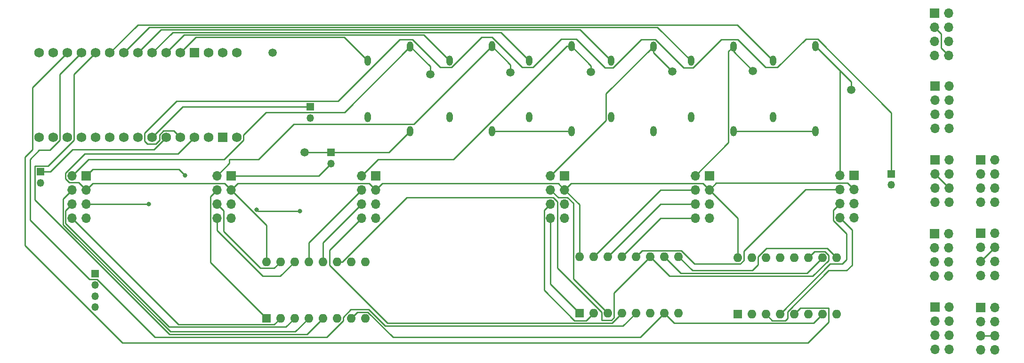
<source format=gbr>
%TF.GenerationSoftware,KiCad,Pcbnew,7.0.2-0*%
%TF.CreationDate,2023-05-27T18:04:36+01:00*%
%TF.ProjectId,olfactory_display,6f6c6661-6374-46f7-9279-5f646973706c,rev?*%
%TF.SameCoordinates,Original*%
%TF.FileFunction,Copper,L1,Top*%
%TF.FilePolarity,Positive*%
%FSLAX46Y46*%
G04 Gerber Fmt 4.6, Leading zero omitted, Abs format (unit mm)*
G04 Created by KiCad (PCBNEW 7.0.2-0) date 2023-05-27 18:04:36*
%MOMM*%
%LPD*%
G01*
G04 APERTURE LIST*
%TA.AperFunction,ComponentPad*%
%ADD10C,1.727200*%
%TD*%
%TA.AperFunction,ComponentPad*%
%ADD11R,1.727200X1.727200*%
%TD*%
%TA.AperFunction,ComponentPad*%
%ADD12R,1.700000X1.700000*%
%TD*%
%TA.AperFunction,ComponentPad*%
%ADD13O,1.700000X1.700000*%
%TD*%
%TA.AperFunction,ComponentPad*%
%ADD14C,1.500000*%
%TD*%
%TA.AperFunction,ComponentPad*%
%ADD15O,1.118000X1.864000*%
%TD*%
%TA.AperFunction,ComponentPad*%
%ADD16R,1.600000X1.600000*%
%TD*%
%TA.AperFunction,ComponentPad*%
%ADD17O,1.600000X1.600000*%
%TD*%
%TA.AperFunction,ComponentPad*%
%ADD18R,1.350000X1.350000*%
%TD*%
%TA.AperFunction,ComponentPad*%
%ADD19O,1.350000X1.350000*%
%TD*%
%TA.AperFunction,ViaPad*%
%ADD20C,0.800000*%
%TD*%
%TA.AperFunction,Conductor*%
%ADD21C,0.250000*%
%TD*%
G04 APERTURE END LIST*
D10*
%TO.P,XA1,VIN,VIN*%
%TO.N,unconnected-(XA1-PadVIN)*%
X134957145Y-43515000D03*
%TO.P,XA1,RST2,REC*%
%TO.N,unconnected-(XA1-REC-PadRST2)*%
X129877145Y-43515000D03*
%TO.P,XA1,RST1,RESET*%
%TO.N,unconnected-(XA1-RESET-PadRST1)*%
X129877145Y-28275000D03*
D11*
%TO.P,XA1,GND2,GND*%
%TO.N,unconnected-(XA1-GND-PadGND2)*%
X132417145Y-43515000D03*
%TO.P,XA1,GND1,GND*%
%TO.N,Net-(J1-Pin_5)*%
X127337145Y-28275000D03*
D10*
%TO.P,XA1,D13,D13_SCK*%
%TO.N,Net-(U1-S2)*%
X99397145Y-43515000D03*
%TO.P,XA1,D12,D12_MISO*%
%TO.N,Net-(U1-S1)*%
X99397145Y-28275000D03*
%TO.P,XA1,D11,D11_MOSI*%
%TO.N,Net-(U1-S0)*%
X101937145Y-28275000D03*
%TO.P,XA1,D10,D10*%
%TO.N,Net-(U3-Z)*%
X104477145Y-28275000D03*
%TO.P,XA1,D9,D9*%
%TO.N,Net-(U2-Z)*%
X107017145Y-28275000D03*
%TO.P,XA1,D8,D8*%
%TO.N,Net-(U1-Z)*%
X109557145Y-28275000D03*
%TO.P,XA1,D7,D7*%
%TO.N,Net-(K1-COIL+)*%
X112097145Y-28275000D03*
%TO.P,XA1,D6,D6*%
%TO.N,Net-(K2-COIL+)*%
X114637145Y-28275000D03*
%TO.P,XA1,D5,D5*%
%TO.N,Net-(K3-COIL+)*%
X117177145Y-28275000D03*
%TO.P,XA1,D4,D4*%
%TO.N,Net-(K4-COIL+)*%
X119717145Y-28275000D03*
%TO.P,XA1,D3,D3*%
%TO.N,Net-(K5-COIL+)*%
X122257145Y-28275000D03*
%TO.P,XA1,D2,D2*%
%TO.N,Net-(K6-COIL+)*%
X124797145Y-28275000D03*
%TO.P,XA1,D1,D1/TX*%
%TO.N,unconnected-(XA1-D1{slash}TX-PadD1)*%
X134957145Y-28275000D03*
%TO.P,XA1,D0,D0/RX*%
%TO.N,unconnected-(XA1-D0{slash}RX-PadD0)*%
X132417145Y-28275000D03*
%TO.P,XA1,AREF,AREF*%
%TO.N,unconnected-(XA1-PadAREF)*%
X104477145Y-43515000D03*
%TO.P,XA1,A7,A7*%
%TO.N,Net-(M1-+)*%
X124797145Y-43515000D03*
%TO.P,XA1,A6,A6*%
%TO.N,Net-(M2-+)*%
X122257145Y-43515000D03*
%TO.P,XA1,A5,A5/SCL*%
%TO.N,Net-(M3-+)*%
X119717145Y-43515000D03*
%TO.P,XA1,A4,A4/SDA*%
%TO.N,Net-(J7-Pin_4)*%
X117177145Y-43515000D03*
%TO.P,XA1,A3,A3*%
%TO.N,Net-(U1-~{E})*%
X114637145Y-43515000D03*
%TO.P,XA1,A2,A2*%
%TO.N,unconnected-(XA1-PadA2)*%
X112097145Y-43515000D03*
%TO.P,XA1,A1,A1*%
%TO.N,unconnected-(XA1-PadA1)*%
X109557145Y-43515000D03*
%TO.P,XA1,A0,A0*%
%TO.N,unconnected-(XA1-PadA0)*%
X107017145Y-43515000D03*
%TO.P,XA1,5V,5V*%
%TO.N,Net-(J1-Pin_3)*%
X127337145Y-43515000D03*
%TO.P,XA1,3V3,3.3V*%
%TO.N,unconnected-(XA1-3.3V-Pad3V3)*%
X101937145Y-43515000D03*
%TD*%
D12*
%TO.P,J16,1,Pin_1*%
%TO.N,unconnected-(J16-Pin_1-Pad1)*%
X268740000Y-47550000D03*
D13*
%TO.P,J16,2,Pin_2*%
%TO.N,unconnected-(J16-Pin_2-Pad2)*%
X271280000Y-47550000D03*
%TO.P,J16,3,Pin_3*%
%TO.N,Net-(J16-Pin_3)*%
X268740000Y-50090000D03*
%TO.P,J16,4,Pin_4*%
X271280000Y-50090000D03*
%TO.P,J16,5,Pin_5*%
%TO.N,unconnected-(J16-Pin_5-Pad5)*%
X268740000Y-52630000D03*
%TO.P,J16,6,Pin_6*%
%TO.N,Net-(J16-Pin_3)*%
X271280000Y-52630000D03*
%TO.P,J16,7,Pin_7*%
%TO.N,unconnected-(J16-Pin_7-Pad7)*%
X268740000Y-55170000D03*
%TO.P,J16,8,Pin_8*%
%TO.N,Net-(J16-Pin_3)*%
X271280000Y-55170000D03*
%TD*%
%TO.P,J15,8,Pin_8*%
%TO.N,Net-(J15-Pin_3)*%
X271310000Y-68400000D03*
%TO.P,J15,7,Pin_7*%
%TO.N,unconnected-(J15-Pin_7-Pad7)*%
X268770000Y-68400000D03*
%TO.P,J15,6,Pin_6*%
%TO.N,Net-(J15-Pin_3)*%
X271310000Y-65860000D03*
%TO.P,J15,5,Pin_5*%
%TO.N,Net-(J15-Pin_4)*%
X268770000Y-65860000D03*
%TO.P,J15,4,Pin_4*%
X271310000Y-63320000D03*
%TO.P,J15,3,Pin_3*%
%TO.N,Net-(J15-Pin_3)*%
X268770000Y-63320000D03*
%TO.P,J15,2,Pin_2*%
%TO.N,unconnected-(J15-Pin_2-Pad2)*%
X271310000Y-60780000D03*
D12*
%TO.P,J15,1,Pin_1*%
%TO.N,unconnected-(J15-Pin_1-Pad1)*%
X268770000Y-60780000D03*
%TD*%
D14*
%TO.P,TP8,1,1*%
%TO.N,Net-(J1-Pin_5)*%
X141390000Y-28260000D03*
%TD*%
%TO.P,TP7,1,1*%
%TO.N,Net-(J8-Pin_1)*%
X147170000Y-46200000D03*
%TD*%
%TO.P,TP6,1,1*%
%TO.N,Net-(J6-Pin_2)*%
X245470000Y-34960000D03*
%TD*%
%TO.P,TP5,1,1*%
%TO.N,Net-(J5-Pin_2)*%
X227740000Y-31510000D03*
%TD*%
%TO.P,TP4,1,1*%
%TO.N,Net-(J4-Pin_2)*%
X213250000Y-31660000D03*
%TD*%
%TO.P,TP3,1,1*%
%TO.N,Net-(J3-Pin_2)*%
X198660000Y-31710000D03*
%TD*%
%TO.P,TP2,1,1*%
%TO.N,Net-(J2-Pin_2)*%
X184180000Y-31820000D03*
%TD*%
%TO.P,TP1,1,1*%
%TO.N,Net-(J1-Pin_2)*%
X169720000Y-32100000D03*
%TD*%
D12*
%TO.P,J9,1,Pin_1*%
%TO.N,unconnected-(J9-Pin_1-Pad1)*%
X260545000Y-74080000D03*
D13*
%TO.P,J9,2,Pin_2*%
%TO.N,unconnected-(J9-Pin_2-Pad2)*%
X263085000Y-74080000D03*
%TO.P,J9,3,Pin_3*%
%TO.N,unconnected-(J9-Pin_3-Pad3)*%
X260545000Y-76620000D03*
%TO.P,J9,4,Pin_4*%
%TO.N,Net-(J9-Pin_4)*%
X263085000Y-76620000D03*
%TO.P,J9,5,Pin_5*%
X260545000Y-79160000D03*
%TO.P,J9,6,Pin_6*%
X263085000Y-79160000D03*
%TO.P,J9,7,Pin_7*%
%TO.N,unconnected-(J9-Pin_7-Pad7)*%
X260545000Y-81700000D03*
%TO.P,J9,8,Pin_8*%
%TO.N,Net-(J9-Pin_4)*%
X263085000Y-81700000D03*
%TD*%
D12*
%TO.P,J14,1,Pin_1*%
%TO.N,unconnected-(J14-Pin_1-Pad1)*%
X268725000Y-74100000D03*
D13*
%TO.P,J14,2,Pin_2*%
%TO.N,unconnected-(J14-Pin_2-Pad2)*%
X271265000Y-74100000D03*
%TO.P,J14,3,Pin_3*%
%TO.N,Net-(J14-Pin_3)*%
X268725000Y-76640000D03*
%TO.P,J14,4,Pin_4*%
X271265000Y-76640000D03*
%TO.P,J14,5,Pin_5*%
%TO.N,Net-(J14-Pin_5)*%
X268725000Y-79180000D03*
%TO.P,J14,6,Pin_6*%
X271265000Y-79180000D03*
%TO.P,J14,7,Pin_7*%
%TO.N,unconnected-(J14-Pin_7-Pad7)*%
X268725000Y-81720000D03*
%TO.P,J14,8,Pin_8*%
%TO.N,Net-(J14-Pin_3)*%
X271265000Y-81720000D03*
%TD*%
D12*
%TO.P,J13,1,Pin_1*%
%TO.N,unconnected-(J13-Pin_1-Pad1)*%
X260460000Y-21160000D03*
D13*
%TO.P,J13,2,Pin_2*%
%TO.N,unconnected-(J13-Pin_2-Pad2)*%
X263000000Y-21160000D03*
%TO.P,J13,3,Pin_3*%
%TO.N,Net-(J13-Pin_3)*%
X260460000Y-23700000D03*
%TO.P,J13,4,Pin_4*%
%TO.N,Net-(J13-Pin_4)*%
X263000000Y-23700000D03*
%TO.P,J13,5,Pin_5*%
X260460000Y-26240000D03*
%TO.P,J13,6,Pin_6*%
X263000000Y-26240000D03*
%TO.P,J13,7,Pin_7*%
%TO.N,unconnected-(J13-Pin_7-Pad7)*%
X260460000Y-28780000D03*
%TO.P,J13,8,Pin_8*%
%TO.N,Net-(J13-Pin_3)*%
X263000000Y-28780000D03*
%TD*%
D12*
%TO.P,J12,1,Pin_1*%
%TO.N,unconnected-(J12-Pin_1-Pad1)*%
X260530000Y-34300000D03*
D13*
%TO.P,J12,2,Pin_2*%
%TO.N,unconnected-(J12-Pin_2-Pad2)*%
X263070000Y-34300000D03*
%TO.P,J12,3,Pin_3*%
%TO.N,Net-(J12-Pin_3)*%
X260530000Y-36840000D03*
%TO.P,J12,4,Pin_4*%
X263070000Y-36840000D03*
%TO.P,J12,5,Pin_5*%
%TO.N,Net-(J12-Pin_5)*%
X260530000Y-39380000D03*
%TO.P,J12,6,Pin_6*%
%TO.N,Net-(J12-Pin_3)*%
X263070000Y-39380000D03*
%TO.P,J12,7,Pin_7*%
%TO.N,unconnected-(J12-Pin_7-Pad7)*%
X260530000Y-41920000D03*
%TO.P,J12,8,Pin_8*%
%TO.N,Net-(J12-Pin_5)*%
X263070000Y-41920000D03*
%TD*%
D12*
%TO.P,J11,1,Pin_1*%
%TO.N,unconnected-(J11-Pin_1-Pad1)*%
X260510000Y-47580000D03*
D13*
%TO.P,J11,2,Pin_2*%
%TO.N,unconnected-(J11-Pin_2-Pad2)*%
X263050000Y-47580000D03*
%TO.P,J11,3,Pin_3*%
%TO.N,Net-(J11-Pin_3)*%
X260510000Y-50120000D03*
%TO.P,J11,4,Pin_4*%
%TO.N,Net-(J11-Pin_4)*%
X263050000Y-50120000D03*
%TO.P,J11,5,Pin_5*%
X260510000Y-52660000D03*
%TO.P,J11,6,Pin_6*%
%TO.N,Net-(J11-Pin_3)*%
X263050000Y-52660000D03*
%TO.P,J11,7,Pin_7*%
%TO.N,unconnected-(J11-Pin_7-Pad7)*%
X260510000Y-55200000D03*
%TO.P,J11,8,Pin_8*%
%TO.N,Net-(J11-Pin_4)*%
X263050000Y-55200000D03*
%TD*%
%TO.P,J10,8,Pin_8*%
%TO.N,Net-(J10-Pin_5)*%
X263000000Y-68480000D03*
%TO.P,J10,7,Pin_7*%
%TO.N,unconnected-(J10-Pin_7-Pad7)*%
X260460000Y-68480000D03*
%TO.P,J10,6,Pin_6*%
%TO.N,Net-(J10-Pin_5)*%
X263000000Y-65940000D03*
%TO.P,J10,5,Pin_5*%
X260460000Y-65940000D03*
%TO.P,J10,4,Pin_4*%
%TO.N,Net-(J10-Pin_3)*%
X263000000Y-63400000D03*
%TO.P,J10,3,Pin_3*%
X260460000Y-63400000D03*
%TO.P,J10,2,Pin_2*%
%TO.N,unconnected-(J10-Pin_2-Pad2)*%
X263000000Y-60860000D03*
D12*
%TO.P,J10,1,Pin_1*%
%TO.N,unconnected-(J10-Pin_1-Pad1)*%
X260460000Y-60860000D03*
%TD*%
%TO.P,J2,1,Pin_1*%
%TO.N,Net-(J1-Pin_1)*%
X133927145Y-50425000D03*
D13*
%TO.P,J2,2,Pin_2*%
%TO.N,Net-(J2-Pin_2)*%
X131387145Y-50425000D03*
%TO.P,J2,3,Pin_3*%
%TO.N,Net-(J1-Pin_3)*%
X133927145Y-52965000D03*
%TO.P,J2,4,Pin_4*%
%TO.N,Net-(J2-Pin_4)*%
X131387145Y-52965000D03*
%TO.P,J2,5,Pin_5*%
%TO.N,Net-(J1-Pin_5)*%
X133927145Y-55505000D03*
%TO.P,J2,6,Pin_6*%
%TO.N,Net-(J2-Pin_6)*%
X131387145Y-55505000D03*
%TO.P,J2,7,Pin_7*%
%TO.N,unconnected-(J2-Pin_7-Pad7)*%
X133927145Y-58045000D03*
%TO.P,J2,8,Pin_8*%
%TO.N,Net-(J2-Pin_8)*%
X131387145Y-58045000D03*
%TD*%
D15*
%TO.P,K2,2,COIL+*%
%TO.N,Net-(K2-COIL+)*%
X216627145Y-29705000D03*
%TO.P,K2,6,COIL-*%
%TO.N,Net-(J1-Pin_5)*%
X216627145Y-39865000D03*
%TO.P,K2,8,COM*%
%TO.N,Net-(J8-Pin_1)*%
X224247145Y-42405000D03*
%TO.P,K2,14,NO*%
%TO.N,Net-(J5-Pin_2)*%
X224247145Y-27125000D03*
%TD*%
%TO.P,K3,2,COIL+*%
%TO.N,Net-(K3-COIL+)*%
X202237145Y-29715000D03*
%TO.P,K3,6,COIL-*%
%TO.N,Net-(J1-Pin_5)*%
X202237145Y-39875000D03*
%TO.P,K3,8,COM*%
%TO.N,Net-(J8-Pin_1)*%
X209857145Y-42415000D03*
%TO.P,K3,14,NO*%
%TO.N,Net-(J4-Pin_2)*%
X209857145Y-27135000D03*
%TD*%
D16*
%TO.P,U2,1,I3*%
%TO.N,Net-(J4-Pin_8)*%
X196607145Y-75135000D03*
D17*
%TO.P,U2,2,I2*%
%TO.N,Net-(J4-Pin_6)*%
X199147145Y-75135000D03*
%TO.P,U2,3,I1*%
%TO.N,Net-(J4-Pin_4)*%
X201687145Y-75135000D03*
%TO.P,U2,4,I0*%
%TO.N,Net-(J3-Pin_8)*%
X204227145Y-75135000D03*
%TO.P,U2,5,Z*%
%TO.N,Net-(U2-Z)*%
X206767145Y-75135000D03*
%TO.P,U2,6,~{Z}*%
%TO.N,unconnected-(U2-~{Z}-Pad6)*%
X209307145Y-75135000D03*
%TO.P,U2,7,~{E}*%
%TO.N,Net-(U1-~{E})*%
X211847145Y-75135000D03*
%TO.P,U2,8,GND*%
%TO.N,Net-(J1-Pin_5)*%
X214387145Y-75135000D03*
%TO.P,U2,9,S2*%
%TO.N,Net-(U1-S2)*%
X214387145Y-64975000D03*
%TO.P,U2,10,S1*%
%TO.N,Net-(U1-S1)*%
X211847145Y-64975000D03*
%TO.P,U2,11,S0*%
%TO.N,Net-(U1-S0)*%
X209307145Y-64975000D03*
%TO.P,U2,12,I7*%
%TO.N,Net-(J6-Pin_4)*%
X206767145Y-64975000D03*
%TO.P,U2,13,I6*%
%TO.N,Net-(J5-Pin_8)*%
X204227145Y-64975000D03*
%TO.P,U2,14,I5*%
%TO.N,Net-(J5-Pin_6)*%
X201687145Y-64975000D03*
%TO.P,U2,15,I4*%
%TO.N,Net-(J5-Pin_4)*%
X199147145Y-64975000D03*
%TO.P,U2,16,VCC*%
%TO.N,Net-(J1-Pin_3)*%
X196607145Y-64975000D03*
%TD*%
D15*
%TO.P,K6,2,COIL+*%
%TO.N,Net-(K6-COIL+)*%
X158537145Y-29715000D03*
%TO.P,K6,6,COIL-*%
%TO.N,Net-(J1-Pin_5)*%
X158537145Y-39875000D03*
%TO.P,K6,8,COM*%
%TO.N,Net-(J8-Pin_1)*%
X166157145Y-42415000D03*
%TO.P,K6,14,NO*%
%TO.N,Net-(J1-Pin_2)*%
X166157145Y-27135000D03*
%TD*%
D12*
%TO.P,J6,1,Pin_1*%
%TO.N,Net-(J1-Pin_1)*%
X245937145Y-50335000D03*
D13*
%TO.P,J6,2,Pin_2*%
%TO.N,Net-(J6-Pin_2)*%
X243397145Y-50335000D03*
%TO.P,J6,3,Pin_3*%
%TO.N,Net-(J1-Pin_3)*%
X245937145Y-52875000D03*
%TO.P,J6,4,Pin_4*%
%TO.N,Net-(J6-Pin_4)*%
X243397145Y-52875000D03*
%TO.P,J6,5,Pin_5*%
%TO.N,Net-(J1-Pin_5)*%
X245937145Y-55415000D03*
%TO.P,J6,6,Pin_6*%
%TO.N,Net-(J6-Pin_6)*%
X243397145Y-55415000D03*
%TO.P,J6,7,Pin_7*%
%TO.N,unconnected-(J6-Pin_7-Pad7)*%
X245937145Y-57955000D03*
%TO.P,J6,8,Pin_8*%
%TO.N,Net-(J6-Pin_8)*%
X243397145Y-57955000D03*
%TD*%
D15*
%TO.P,K1,2,COIL+*%
%TO.N,Net-(K1-COIL+)*%
X231417145Y-29655000D03*
%TO.P,K1,6,COIL-*%
%TO.N,Net-(J1-Pin_5)*%
X231417145Y-39815000D03*
%TO.P,K1,8,COM*%
%TO.N,Net-(J8-Pin_1)*%
X239037145Y-42355000D03*
%TO.P,K1,14,NO*%
%TO.N,Net-(J6-Pin_2)*%
X239037145Y-27075000D03*
%TD*%
D12*
%TO.P,J4,1,Pin_1*%
%TO.N,Net-(J1-Pin_1)*%
X193927145Y-50395000D03*
D13*
%TO.P,J4,2,Pin_2*%
%TO.N,Net-(J4-Pin_2)*%
X191387145Y-50395000D03*
%TO.P,J4,3,Pin_3*%
%TO.N,Net-(J1-Pin_3)*%
X193927145Y-52935000D03*
%TO.P,J4,4,Pin_4*%
%TO.N,Net-(J4-Pin_4)*%
X191387145Y-52935000D03*
%TO.P,J4,5,Pin_5*%
%TO.N,Net-(J1-Pin_5)*%
X193927145Y-55475000D03*
%TO.P,J4,6,Pin_6*%
%TO.N,Net-(J4-Pin_6)*%
X191387145Y-55475000D03*
%TO.P,J4,7,Pin_7*%
%TO.N,unconnected-(J4-Pin_7-Pad7)*%
X193927145Y-58015000D03*
%TO.P,J4,8,Pin_8*%
%TO.N,Net-(J4-Pin_8)*%
X191387145Y-58015000D03*
%TD*%
D15*
%TO.P,K4,2,COIL+*%
%TO.N,Net-(K4-COIL+)*%
X187517145Y-29655000D03*
%TO.P,K4,6,COIL-*%
%TO.N,Net-(J1-Pin_5)*%
X187517145Y-39815000D03*
%TO.P,K4,8,COM*%
%TO.N,Net-(J8-Pin_1)*%
X195137145Y-42355000D03*
%TO.P,K4,14,NO*%
%TO.N,Net-(J3-Pin_2)*%
X195137145Y-27075000D03*
%TD*%
D18*
%TO.P,M3,1,+*%
%TO.N,Net-(M3-+)*%
X148137145Y-37975000D03*
D19*
%TO.P,M3,2,-*%
%TO.N,Net-(J1-Pin_5)*%
X148137145Y-39975000D03*
%TD*%
D12*
%TO.P,J3,1,Pin_1*%
%TO.N,Net-(J1-Pin_1)*%
X159927145Y-50425000D03*
D13*
%TO.P,J3,2,Pin_2*%
%TO.N,Net-(J3-Pin_2)*%
X157387145Y-50425000D03*
%TO.P,J3,3,Pin_3*%
%TO.N,Net-(J1-Pin_3)*%
X159927145Y-52965000D03*
%TO.P,J3,4,Pin_4*%
%TO.N,Net-(J3-Pin_4)*%
X157387145Y-52965000D03*
%TO.P,J3,5,Pin_5*%
%TO.N,Net-(J1-Pin_5)*%
X159927145Y-55505000D03*
%TO.P,J3,6,Pin_6*%
%TO.N,Net-(J3-Pin_6)*%
X157387145Y-55505000D03*
%TO.P,J3,7,Pin_7*%
%TO.N,unconnected-(J3-Pin_7-Pad7)*%
X159927145Y-58045000D03*
%TO.P,J3,8,Pin_8*%
%TO.N,Net-(J3-Pin_8)*%
X157387145Y-58045000D03*
%TD*%
D18*
%TO.P,J8,1,Pin_1*%
%TO.N,Net-(J8-Pin_1)*%
X151887145Y-46225000D03*
D19*
%TO.P,J8,2,Pin_2*%
%TO.N,Net-(J1-Pin_1)*%
X151887145Y-48225000D03*
%TD*%
D18*
%TO.P,M2,1,+*%
%TO.N,Net-(M2-+)*%
X99637145Y-49675000D03*
D19*
%TO.P,M2,2,-*%
%TO.N,Net-(J1-Pin_5)*%
X99637145Y-51675000D03*
%TD*%
D12*
%TO.P,J5,1,Pin_1*%
%TO.N,Net-(J1-Pin_1)*%
X219937145Y-50395000D03*
D13*
%TO.P,J5,2,Pin_2*%
%TO.N,Net-(J5-Pin_2)*%
X217397145Y-50395000D03*
%TO.P,J5,3,Pin_3*%
%TO.N,Net-(J1-Pin_3)*%
X219937145Y-52935000D03*
%TO.P,J5,4,Pin_4*%
%TO.N,Net-(J5-Pin_4)*%
X217397145Y-52935000D03*
%TO.P,J5,5,Pin_5*%
%TO.N,Net-(J1-Pin_5)*%
X219937145Y-55475000D03*
%TO.P,J5,6,Pin_6*%
%TO.N,Net-(J5-Pin_6)*%
X217397145Y-55475000D03*
%TO.P,J5,7,Pin_7*%
%TO.N,unconnected-(J5-Pin_7-Pad7)*%
X219937145Y-58015000D03*
%TO.P,J5,8,Pin_8*%
%TO.N,Net-(J5-Pin_8)*%
X217397145Y-58015000D03*
%TD*%
D15*
%TO.P,K5,2,COIL+*%
%TO.N,Net-(K5-COIL+)*%
X173217145Y-29655000D03*
%TO.P,K5,6,COIL-*%
%TO.N,Net-(J1-Pin_5)*%
X173217145Y-39815000D03*
%TO.P,K5,8,COM*%
%TO.N,Net-(J8-Pin_1)*%
X180837145Y-42355000D03*
%TO.P,K5,14,NO*%
%TO.N,Net-(J2-Pin_2)*%
X180837145Y-27075000D03*
%TD*%
D16*
%TO.P,U3,1,I3*%
%TO.N,unconnected-(U3-I3-Pad1)*%
X225012145Y-75325000D03*
D17*
%TO.P,U3,2,I2*%
%TO.N,unconnected-(U3-I2-Pad2)*%
X227552145Y-75325000D03*
%TO.P,U3,3,I1*%
%TO.N,Net-(J6-Pin_8)*%
X230092145Y-75325000D03*
%TO.P,U3,4,I0*%
%TO.N,Net-(J6-Pin_6)*%
X232632145Y-75325000D03*
%TO.P,U3,5,Z*%
%TO.N,Net-(U3-Z)*%
X235172145Y-75325000D03*
%TO.P,U3,6,~{Z}*%
%TO.N,unconnected-(U3-~{Z}-Pad6)*%
X237712145Y-75325000D03*
%TO.P,U3,7,~{E}*%
%TO.N,Net-(U1-~{E})*%
X240252145Y-75325000D03*
%TO.P,U3,8,GND*%
%TO.N,Net-(J1-Pin_5)*%
X242792145Y-75325000D03*
%TO.P,U3,9,S2*%
%TO.N,Net-(U1-S2)*%
X242792145Y-65165000D03*
%TO.P,U3,10,S1*%
%TO.N,Net-(U1-S1)*%
X240252145Y-65165000D03*
%TO.P,U3,11,S0*%
%TO.N,Net-(U1-S0)*%
X237712145Y-65165000D03*
%TO.P,U3,12,I7*%
%TO.N,unconnected-(U3-I7-Pad12)*%
X235172145Y-65165000D03*
%TO.P,U3,13,I6*%
%TO.N,unconnected-(U3-I6-Pad13)*%
X232632145Y-65165000D03*
%TO.P,U3,14,I5*%
%TO.N,unconnected-(U3-I5-Pad14)*%
X230092145Y-65165000D03*
%TO.P,U3,15,I4*%
%TO.N,unconnected-(U3-I4-Pad15)*%
X227552145Y-65165000D03*
%TO.P,U3,16,VCC*%
%TO.N,Net-(J1-Pin_3)*%
X225012145Y-65165000D03*
%TD*%
D12*
%TO.P,J1,1,Pin_1*%
%TO.N,Net-(J1-Pin_1)*%
X107887145Y-50435000D03*
D13*
%TO.P,J1,2,Pin_2*%
%TO.N,Net-(J1-Pin_2)*%
X105347145Y-50435000D03*
%TO.P,J1,3,Pin_3*%
%TO.N,Net-(J1-Pin_3)*%
X107887145Y-52975000D03*
%TO.P,J1,4,Pin_4*%
%TO.N,Net-(J1-Pin_4)*%
X105347145Y-52975000D03*
%TO.P,J1,5,Pin_5*%
%TO.N,Net-(J1-Pin_5)*%
X107887145Y-55515000D03*
%TO.P,J1,6,Pin_6*%
%TO.N,Net-(J1-Pin_6)*%
X105347145Y-55515000D03*
%TO.P,J1,7,Pin_7*%
%TO.N,unconnected-(J1-Pin_7-Pad7)*%
X107887145Y-58055000D03*
%TO.P,J1,8,Pin_8*%
%TO.N,Net-(J1-Pin_8)*%
X105347145Y-58055000D03*
%TD*%
D18*
%TO.P,J7,1,Pin_1*%
%TO.N,Net-(J1-Pin_5)*%
X109437145Y-68075000D03*
D19*
%TO.P,J7,2,Pin_2*%
%TO.N,Net-(J1-Pin_3)*%
X109437145Y-70075000D03*
%TO.P,J7,3,Pin_3*%
%TO.N,unconnected-(J7-Pin_3-Pad3)*%
X109437145Y-72075000D03*
%TO.P,J7,4,Pin_4*%
%TO.N,Net-(J7-Pin_4)*%
X109437145Y-74075000D03*
%TD*%
D16*
%TO.P,U1,1,I3*%
%TO.N,Net-(J2-Pin_4)*%
X140262145Y-76075000D03*
D17*
%TO.P,U1,2,I2*%
%TO.N,Net-(J1-Pin_8)*%
X142802145Y-76075000D03*
%TO.P,U1,3,I1*%
%TO.N,Net-(J1-Pin_6)*%
X145342145Y-76075000D03*
%TO.P,U1,4,I0*%
%TO.N,Net-(J1-Pin_4)*%
X147882145Y-76075000D03*
%TO.P,U1,5,Z*%
%TO.N,Net-(U1-Z)*%
X150422145Y-76075000D03*
%TO.P,U1,6,~{Z}*%
%TO.N,unconnected-(U1-~{Z}-Pad6)*%
X152962145Y-76075000D03*
%TO.P,U1,7,~{E}*%
%TO.N,Net-(U1-~{E})*%
X155502145Y-76075000D03*
%TO.P,U1,8,GND*%
%TO.N,Net-(J1-Pin_5)*%
X158042145Y-76075000D03*
%TO.P,U1,9,S2*%
%TO.N,Net-(U1-S2)*%
X158042145Y-65915000D03*
%TO.P,U1,10,S1*%
%TO.N,Net-(U1-S1)*%
X155502145Y-65915000D03*
%TO.P,U1,11,S0*%
%TO.N,Net-(U1-S0)*%
X152962145Y-65915000D03*
%TO.P,U1,12,I7*%
%TO.N,Net-(J3-Pin_6)*%
X150422145Y-65915000D03*
%TO.P,U1,13,I6*%
%TO.N,Net-(J3-Pin_4)*%
X147882145Y-65915000D03*
%TO.P,U1,14,I5*%
%TO.N,Net-(J2-Pin_8)*%
X145342145Y-65915000D03*
%TO.P,U1,15,I4*%
%TO.N,Net-(J2-Pin_6)*%
X142802145Y-65915000D03*
%TO.P,U1,16,VCC*%
%TO.N,Net-(J1-Pin_3)*%
X140262145Y-65915000D03*
%TD*%
D18*
%TO.P,M1,1,+*%
%TO.N,Net-(M1-+)*%
X252637145Y-50075000D03*
D19*
%TO.P,M1,2,-*%
%TO.N,Net-(J1-Pin_5)*%
X252637145Y-52075000D03*
%TD*%
D20*
%TO.N,Net-(J1-Pin_1)*%
X125640000Y-50380000D03*
%TO.N,Net-(J1-Pin_5)*%
X119150000Y-55520000D03*
X138548372Y-56561628D03*
X146280000Y-56750000D03*
%TD*%
D21*
%TO.N,Net-(U2-Z)*%
X103125745Y-44007335D02*
X103125745Y-32166400D01*
X97787145Y-47442331D02*
X99439476Y-45790000D01*
X154087145Y-76540991D02*
X151153136Y-79475000D01*
X154087145Y-75899009D02*
X154087145Y-76540991D01*
X155486154Y-74500000D02*
X154087145Y-75899009D01*
X97787145Y-58425000D02*
X97787145Y-47442331D01*
X158694532Y-74500000D02*
X155486154Y-74500000D01*
X99439476Y-45790000D02*
X101343080Y-45790000D01*
X109851359Y-69075000D02*
X108437145Y-69075000D01*
X204427145Y-77475000D02*
X161669532Y-77475000D01*
X108437145Y-69075000D02*
X97787145Y-58425000D01*
X151153136Y-79475000D02*
X120251359Y-79475000D01*
X161669532Y-77475000D02*
X158694532Y-74500000D01*
X101343080Y-45790000D02*
X103125745Y-44007335D01*
X120251359Y-79475000D02*
X109851359Y-69075000D01*
X103125745Y-32166400D02*
X107017145Y-28275000D01*
X206767145Y-75135000D02*
X204427145Y-77475000D01*
%TO.N,Net-(U1-Z)*%
X105665745Y-32166400D02*
X109557145Y-28275000D01*
X105665745Y-44007335D02*
X105665745Y-32166400D01*
X100998080Y-48675000D02*
X105665745Y-44007335D01*
X98637145Y-54747792D02*
X98637145Y-48675000D01*
X150422145Y-76075000D02*
X147572145Y-78925000D01*
X147572145Y-78925000D02*
X122814353Y-78925000D01*
X98637145Y-48675000D02*
X100998080Y-48675000D01*
X122814353Y-78925000D02*
X98637145Y-54747792D01*
%TO.N,Net-(U3-Z)*%
X96887145Y-47042855D02*
X98208545Y-45721455D01*
X98208545Y-45721455D02*
X98208545Y-34543600D01*
X114422931Y-80475000D02*
X96887145Y-62939214D01*
X237637145Y-80475000D02*
X114422931Y-80475000D01*
X241377145Y-76735000D02*
X237637145Y-80475000D01*
X241377145Y-74215000D02*
X241377145Y-76735000D01*
X96887145Y-62939214D02*
X96887145Y-47042855D01*
X241362145Y-74200000D02*
X241377145Y-74215000D01*
X98208545Y-34543600D02*
X104477145Y-28275000D01*
X236297145Y-74200000D02*
X241362145Y-74200000D01*
X235172145Y-75325000D02*
X236297145Y-74200000D01*
%TO.N,Net-(M1-+)*%
X123608545Y-42326400D02*
X124797145Y-43515000D01*
%TO.N,Net-(M3-+)*%
X125257145Y-37975000D02*
X119717145Y-43515000D01*
%TO.N,Net-(M1-+)*%
X121764810Y-42326400D02*
X123608545Y-42326400D01*
X121068545Y-43022665D02*
X121764810Y-42326400D01*
X121068545Y-44007335D02*
X121068545Y-43022665D01*
X120372280Y-44703600D02*
X121068545Y-44007335D01*
X118865745Y-44703600D02*
X120372280Y-44703600D01*
X118365745Y-44203600D02*
X118865745Y-44703600D01*
X118365745Y-42746400D02*
X118365745Y-44203600D01*
X124137145Y-36975000D02*
X118365745Y-42746400D01*
%TO.N,Net-(J1-Pin_3)*%
X124377145Y-46475000D02*
X127337145Y-43515000D01*
X107645444Y-46475000D02*
X124377145Y-46475000D01*
X104172145Y-49948299D02*
X107645444Y-46475000D01*
X104860444Y-51610000D02*
X104172145Y-50921701D01*
X104172145Y-50921701D02*
X104172145Y-49948299D01*
X106522145Y-51610000D02*
X104860444Y-51610000D01*
X107887145Y-52975000D02*
X106522145Y-51610000D01*
%TO.N,Net-(K1-COIL+)*%
X117147145Y-23225000D02*
X112097145Y-28275000D01*
%TO.N,Net-(K2-COIL+)*%
X119237145Y-23675000D02*
X114637145Y-28275000D01*
%TO.N,Net-(K3-COIL+)*%
X121327145Y-24125000D02*
X117177145Y-28275000D01*
%TO.N,Net-(K4-COIL+)*%
X123417145Y-24575000D02*
X119717145Y-28275000D01*
%TO.N,Net-(K5-COIL+)*%
X125507145Y-25025000D02*
X122257145Y-28275000D01*
%TO.N,Net-(K6-COIL+)*%
X127597145Y-25475000D02*
X124797145Y-28275000D01*
%TO.N,Net-(M2-+)*%
X99637145Y-49675000D02*
X101437145Y-49675000D01*
X101437145Y-49675000D02*
X105382145Y-45730000D01*
X105382145Y-45730000D02*
X120042145Y-45730000D01*
X120042145Y-45730000D02*
X122257145Y-43515000D01*
%TO.N,Net-(J2-Pin_2)*%
X180837145Y-27075000D02*
X166780145Y-41132000D01*
X145208000Y-41132000D02*
X138865000Y-47475000D01*
X138865000Y-47475000D02*
X133637145Y-47475000D01*
X133637145Y-47475000D02*
X133637145Y-48175000D01*
X166780145Y-41132000D02*
X145208000Y-41132000D01*
X133637145Y-48175000D02*
X131387145Y-50425000D01*
%TO.N,Net-(J1-Pin_1)*%
X133927145Y-50425000D02*
X149687145Y-50425000D01*
X149687145Y-50425000D02*
X151887145Y-48225000D01*
X124510000Y-49250000D02*
X125640000Y-50380000D01*
X109072145Y-49250000D02*
X124510000Y-49250000D01*
X107887145Y-50435000D02*
X109072145Y-49250000D01*
%TO.N,Net-(J1-Pin_5)*%
X119150000Y-55520000D02*
X119145000Y-55515000D01*
X119145000Y-55515000D02*
X107887145Y-55515000D01*
X146280000Y-56750000D02*
X138736744Y-56750000D01*
X138736744Y-56750000D02*
X138548372Y-56561628D01*
%TO.N,Net-(J15-Pin_4)*%
X271310000Y-63320000D02*
X268770000Y-65860000D01*
%TO.N,Net-(J6-Pin_2)*%
X239037145Y-27075000D02*
X243256073Y-31293927D01*
X243256073Y-31293927D02*
X243397145Y-31435000D01*
X245470000Y-34960000D02*
X245470000Y-33507854D01*
X245470000Y-33507854D02*
X243256073Y-31293927D01*
%TO.N,Net-(J5-Pin_2)*%
X227740000Y-31510000D02*
X224247145Y-28017145D01*
X224247145Y-28017145D02*
X224247145Y-27125000D01*
%TO.N,Net-(J4-Pin_2)*%
X213250000Y-31660000D02*
X209857145Y-28267145D01*
X209857145Y-28267145D02*
X209857145Y-27135000D01*
%TO.N,Net-(J3-Pin_2)*%
X198660000Y-31710000D02*
X198660000Y-30597855D01*
X198660000Y-30597855D02*
X195137145Y-27075000D01*
%TO.N,Net-(J2-Pin_2)*%
X184180000Y-31820000D02*
X184180000Y-30417855D01*
X184180000Y-30417855D02*
X180837145Y-27075000D01*
%TO.N,Net-(J1-Pin_2)*%
X169720000Y-32100000D02*
X169720000Y-30697855D01*
X169720000Y-30697855D02*
X166157145Y-27135000D01*
%TO.N,Net-(J8-Pin_1)*%
X147170000Y-46200000D02*
X151862145Y-46200000D01*
X151862145Y-46200000D02*
X151887145Y-46225000D01*
%TO.N,Net-(J14-Pin_5)*%
X271265000Y-79180000D02*
X268725000Y-79180000D01*
%TO.N,Net-(J13-Pin_3)*%
X260460000Y-23700000D02*
X261635000Y-24875000D01*
X261635000Y-24875000D02*
X261635000Y-27415000D01*
X261635000Y-27415000D02*
X263000000Y-28780000D01*
%TO.N,Net-(J11-Pin_3)*%
X260510000Y-50120000D02*
X263050000Y-52660000D01*
%TO.N,Net-(J1-Pin_2)*%
X140193410Y-38975000D02*
X136145745Y-43022665D01*
X154317145Y-38975000D02*
X140193410Y-38975000D01*
X132678080Y-47475000D02*
X108307145Y-47475000D01*
X136145745Y-44007335D02*
X132678080Y-47475000D01*
X166157145Y-27135000D02*
X154317145Y-38975000D01*
X136145745Y-43022665D02*
X136145745Y-44007335D01*
X108307145Y-47475000D02*
X105347145Y-50435000D01*
%TO.N,Net-(J3-Pin_2)*%
X195137145Y-27075000D02*
X194328145Y-27075000D01*
X194328145Y-27075000D02*
X173928145Y-47475000D01*
X173928145Y-47475000D02*
X160337145Y-47475000D01*
X160337145Y-47475000D02*
X157387145Y-50425000D01*
%TO.N,Net-(U1-~{E})*%
X211847145Y-75135000D02*
X213637145Y-76925000D01*
X213637145Y-76925000D02*
X238652145Y-76925000D01*
X238652145Y-76925000D02*
X240252145Y-75325000D01*
%TO.N,Net-(J1-Pin_3)*%
X140262145Y-65915000D02*
X140262145Y-59300000D01*
X140262145Y-59300000D02*
X133927145Y-52965000D01*
%TO.N,Net-(J2-Pin_6)*%
X131387145Y-55505000D02*
X132562145Y-56680000D01*
X132562145Y-56680000D02*
X132562145Y-60400000D01*
X132562145Y-60400000D02*
X139202145Y-67040000D01*
X139202145Y-67040000D02*
X141677145Y-67040000D01*
X141677145Y-67040000D02*
X142802145Y-65915000D01*
%TO.N,Net-(J2-Pin_8)*%
X131387145Y-58045000D02*
X131387145Y-60225000D01*
X139637145Y-68475000D02*
X142782145Y-68475000D01*
X131387145Y-60225000D02*
X139637145Y-68475000D01*
X142782145Y-68475000D02*
X145342145Y-65915000D01*
%TO.N,Net-(U1-~{E})*%
X155502145Y-76075000D02*
X156627145Y-74950000D01*
X156627145Y-74950000D02*
X158508136Y-74950000D01*
X163033136Y-79475000D02*
X207507145Y-79475000D01*
X158508136Y-74950000D02*
X163033136Y-79475000D01*
X207507145Y-79475000D02*
X211847145Y-75135000D01*
%TO.N,Net-(U1-S0)*%
X152962145Y-65915000D02*
X153911154Y-65915000D01*
X153911154Y-65915000D02*
X165526154Y-54300000D01*
X165526154Y-54300000D02*
X191873846Y-54300000D01*
X191873846Y-54300000D02*
X192637145Y-55063299D01*
X192637145Y-55063299D02*
X192637145Y-67034009D01*
X192637145Y-67034009D02*
X200562145Y-74959009D01*
X200562145Y-74959009D02*
X200562145Y-76400000D01*
X200562145Y-76400000D02*
X202325749Y-76400000D01*
X202812145Y-71470000D02*
X209307145Y-64975000D01*
X202325749Y-76400000D02*
X202812145Y-75913604D01*
X202812145Y-75913604D02*
X202812145Y-71470000D01*
%TO.N,Net-(J4-Pin_4)*%
X191387145Y-52935000D02*
X192752145Y-54300000D01*
X195482145Y-68930000D02*
X201687145Y-75135000D01*
X192752145Y-54300000D02*
X194413846Y-54300000D01*
X195482145Y-55368299D02*
X195482145Y-68930000D01*
X194413846Y-54300000D02*
X195482145Y-55368299D01*
%TO.N,Net-(J3-Pin_8)*%
X204227145Y-75135000D02*
X202437145Y-76925000D01*
X151637145Y-63795000D02*
X157387145Y-58045000D01*
X202437145Y-76925000D02*
X162087145Y-76925000D01*
X162087145Y-76925000D02*
X151637145Y-66475000D01*
X151637145Y-66475000D02*
X151637145Y-63795000D01*
%TO.N,Net-(J4-Pin_8)*%
X191387145Y-58015000D02*
X191387145Y-69915000D01*
X191387145Y-69915000D02*
X196607145Y-75135000D01*
%TO.N,Net-(J4-Pin_6)*%
X199147145Y-75135000D02*
X197807145Y-76475000D01*
X197807145Y-76475000D02*
X195697145Y-76475000D01*
X190212145Y-56650000D02*
X191387145Y-55475000D01*
X195697145Y-76475000D02*
X190212145Y-70990000D01*
X190212145Y-70990000D02*
X190212145Y-56650000D01*
%TO.N,Net-(U1-S2)*%
X214387145Y-64975000D02*
X216887145Y-67475000D01*
X216887145Y-67475000D02*
X227637145Y-67475000D01*
X227637145Y-67475000D02*
X228677145Y-66435000D01*
X228677145Y-66435000D02*
X228677145Y-64989009D01*
X228677145Y-64989009D02*
X230191154Y-63475000D01*
X230191154Y-63475000D02*
X241102145Y-63475000D01*
X241102145Y-63475000D02*
X242792145Y-65165000D01*
%TO.N,Net-(U1-S0)*%
X237712145Y-65165000D02*
X238837145Y-64040000D01*
X240718136Y-64040000D02*
X241377145Y-64699009D01*
X238837145Y-64040000D02*
X240718136Y-64040000D01*
X241377145Y-64699009D02*
X241377145Y-65630991D01*
X241377145Y-65630991D02*
X238533136Y-68475000D01*
X238533136Y-68475000D02*
X212807145Y-68475000D01*
X212807145Y-68475000D02*
X209307145Y-64975000D01*
%TO.N,Net-(J6-Pin_6)*%
X232632145Y-75325000D02*
X241667145Y-66290000D01*
X244637145Y-65475000D02*
X244637145Y-60856701D01*
X241667145Y-66290000D02*
X243822145Y-66290000D01*
X243822145Y-66290000D02*
X244637145Y-65475000D01*
X244637145Y-60856701D02*
X242222145Y-58441701D01*
X242222145Y-58441701D02*
X242222145Y-56590000D01*
X242222145Y-56590000D02*
X243397145Y-55415000D01*
%TO.N,Net-(J6-Pin_8)*%
X233637145Y-76475000D02*
X234047145Y-76065000D01*
X231242145Y-76475000D02*
X233637145Y-76475000D01*
X245637145Y-66475000D02*
X245637145Y-60195000D01*
X234047145Y-74859009D02*
X241431154Y-67475000D01*
X241431154Y-67475000D02*
X244637145Y-67475000D01*
X234047145Y-76065000D02*
X234047145Y-74859009D01*
X230092145Y-75325000D02*
X231242145Y-76475000D01*
X244637145Y-67475000D02*
X245637145Y-66475000D01*
X245637145Y-60195000D02*
X243397145Y-57955000D01*
%TO.N,Net-(J6-Pin_4)*%
X243397145Y-52875000D02*
X237237145Y-52875000D01*
X237237145Y-52875000D02*
X226137145Y-63975000D01*
X226137145Y-63975000D02*
X226137145Y-65630991D01*
X214853136Y-63850000D02*
X207892145Y-63850000D01*
X226137145Y-65630991D02*
X225478136Y-66290000D01*
X225478136Y-66290000D02*
X217293136Y-66290000D01*
X217293136Y-66290000D02*
X214853136Y-63850000D01*
X207892145Y-63850000D02*
X206767145Y-64975000D01*
%TO.N,Net-(U1-S1)*%
X240252145Y-65165000D02*
X237492145Y-67925000D01*
X214797145Y-67925000D02*
X211847145Y-64975000D01*
X237492145Y-67925000D02*
X214797145Y-67925000D01*
%TO.N,Net-(J5-Pin_8)*%
X217397145Y-58015000D02*
X211187145Y-58015000D01*
X211187145Y-58015000D02*
X204227145Y-64975000D01*
%TO.N,Net-(J5-Pin_6)*%
X217397145Y-55475000D02*
X211187145Y-55475000D01*
X211187145Y-55475000D02*
X201687145Y-64975000D01*
%TO.N,Net-(J5-Pin_4)*%
X217397145Y-52935000D02*
X211187145Y-52935000D01*
X211187145Y-52935000D02*
X199147145Y-64975000D01*
%TO.N,Net-(J1-Pin_3)*%
X196607145Y-64975000D02*
X196607145Y-55615000D01*
X196607145Y-55615000D02*
X193927145Y-52935000D01*
X219937145Y-52935000D02*
X225012145Y-58010000D01*
X225012145Y-58010000D02*
X225012145Y-65165000D01*
%TO.N,Net-(J3-Pin_6)*%
X157387145Y-55505000D02*
X150422145Y-62470000D01*
X150422145Y-62470000D02*
X150422145Y-65915000D01*
%TO.N,Net-(J3-Pin_4)*%
X157387145Y-52965000D02*
X147882145Y-62470000D01*
X147882145Y-62470000D02*
X147882145Y-65915000D01*
%TO.N,Net-(J1-Pin_4)*%
X105347145Y-52975000D02*
X103722145Y-54600000D01*
X103722145Y-54600000D02*
X103722145Y-59196396D01*
X103722145Y-59196396D02*
X123000749Y-78475000D01*
X123000749Y-78475000D02*
X145482145Y-78475000D01*
X145482145Y-78475000D02*
X147882145Y-76075000D01*
%TO.N,Net-(J1-Pin_6)*%
X105347145Y-55515000D02*
X104172145Y-56690000D01*
X104172145Y-56690000D02*
X104172145Y-59010000D01*
X122812145Y-77650000D02*
X143767145Y-77650000D01*
X104172145Y-59010000D02*
X122812145Y-77650000D01*
X143767145Y-77650000D02*
X145342145Y-76075000D01*
%TO.N,Net-(J1-Pin_8)*%
X142802145Y-76075000D02*
X141677145Y-77200000D01*
X141677145Y-77200000D02*
X124492145Y-77200000D01*
X124492145Y-77200000D02*
X105347145Y-58055000D01*
%TO.N,Net-(J2-Pin_4)*%
X140262145Y-76075000D02*
X130212145Y-66025000D01*
X130212145Y-54140000D02*
X131387145Y-52965000D01*
X130212145Y-66025000D02*
X130212145Y-54140000D01*
%TO.N,Net-(J1-Pin_3)*%
X219937145Y-52935000D02*
X221172145Y-51700000D01*
X221172145Y-51700000D02*
X244762145Y-51700000D01*
X244762145Y-51700000D02*
X245937145Y-52875000D01*
X193927145Y-52935000D02*
X195102145Y-51760000D01*
X195102145Y-51760000D02*
X218762145Y-51760000D01*
X218762145Y-51760000D02*
X219937145Y-52935000D01*
X159927145Y-52965000D02*
X161132145Y-51760000D01*
X161132145Y-51760000D02*
X192752145Y-51760000D01*
X192752145Y-51760000D02*
X193927145Y-52935000D01*
X133927145Y-52965000D02*
X135102145Y-51790000D01*
X135102145Y-51790000D02*
X158752145Y-51790000D01*
X158752145Y-51790000D02*
X159927145Y-52965000D01*
X107887145Y-52975000D02*
X109072145Y-51790000D01*
X132752145Y-51790000D02*
X133927145Y-52965000D01*
X109072145Y-51790000D02*
X132752145Y-51790000D01*
%TO.N,Net-(J8-Pin_1)*%
X224247145Y-42405000D02*
X238987145Y-42405000D01*
X238987145Y-42405000D02*
X239037145Y-42355000D01*
X180837145Y-42355000D02*
X195137145Y-42355000D01*
X151887145Y-46225000D02*
X162347145Y-46225000D01*
X162347145Y-46225000D02*
X166157145Y-42415000D01*
%TO.N,Net-(M1-+)*%
X252637145Y-50075000D02*
X252637145Y-39051835D01*
X252637145Y-39051835D02*
X239403310Y-25818000D01*
X239403310Y-25818000D02*
X237294145Y-25818000D01*
X222087310Y-25868000D02*
X216993310Y-30962000D01*
X188200145Y-30912000D02*
X186297310Y-30912000D01*
X237294145Y-25818000D02*
X232200145Y-30912000D01*
X232200145Y-30912000D02*
X230074145Y-30912000D01*
X230074145Y-30912000D02*
X225030145Y-25868000D01*
X225030145Y-25868000D02*
X222087310Y-25868000D01*
X216993310Y-30962000D02*
X215307310Y-30962000D01*
X215307310Y-30962000D02*
X210223310Y-25878000D01*
X193294145Y-25818000D02*
X188200145Y-30912000D01*
X210223310Y-25878000D02*
X207697310Y-25878000D01*
X207697310Y-25878000D02*
X202603310Y-30972000D01*
X202603310Y-30972000D02*
X201134145Y-30972000D01*
X201134145Y-30972000D02*
X195980145Y-25818000D01*
X195980145Y-25818000D02*
X193294145Y-25818000D01*
X186297310Y-30912000D02*
X180860310Y-25475000D01*
X180860310Y-25475000D02*
X179020310Y-25475000D01*
X179020310Y-25475000D02*
X173583310Y-30912000D01*
X173583310Y-30912000D02*
X171557310Y-30912000D01*
X171557310Y-30912000D02*
X166523310Y-25878000D01*
X166523310Y-25878000D02*
X164234145Y-25878000D01*
X164234145Y-25878000D02*
X153137145Y-36975000D01*
X153137145Y-36975000D02*
X124137145Y-36975000D01*
%TO.N,Net-(J6-Pin_2)*%
X243397145Y-31435000D02*
X243397145Y-50335000D01*
%TO.N,Net-(J5-Pin_2)*%
X224247145Y-27125000D02*
X223363145Y-28009000D01*
X223363145Y-44429000D02*
X217397145Y-50395000D01*
X223363145Y-28009000D02*
X223363145Y-44429000D01*
%TO.N,Net-(J4-Pin_2)*%
X209857145Y-27135000D02*
X201353145Y-35639000D01*
X201353145Y-35639000D02*
X201353145Y-40429000D01*
X201353145Y-40429000D02*
X191387145Y-50395000D01*
%TO.N,Net-(M3-+)*%
X148137145Y-37975000D02*
X125257145Y-37975000D01*
%TO.N,Net-(K1-COIL+)*%
X231417145Y-29655000D02*
X224987145Y-23225000D01*
X224987145Y-23225000D02*
X117147145Y-23225000D01*
%TO.N,Net-(K2-COIL+)*%
X216627145Y-29705000D02*
X210597145Y-23675000D01*
X210597145Y-23675000D02*
X119237145Y-23675000D01*
%TO.N,Net-(K3-COIL+)*%
X202237145Y-29715000D02*
X196647145Y-24125000D01*
X196647145Y-24125000D02*
X121327145Y-24125000D01*
%TO.N,Net-(K4-COIL+)*%
X187517145Y-29655000D02*
X182437145Y-24575000D01*
X182437145Y-24575000D02*
X123417145Y-24575000D01*
%TO.N,Net-(K5-COIL+)*%
X173217145Y-29655000D02*
X168587145Y-25025000D01*
X168587145Y-25025000D02*
X125507145Y-25025000D01*
%TO.N,Net-(K6-COIL+)*%
X158537145Y-29715000D02*
X154297145Y-25475000D01*
X154297145Y-25475000D02*
X127597145Y-25475000D01*
%TD*%
M02*

</source>
